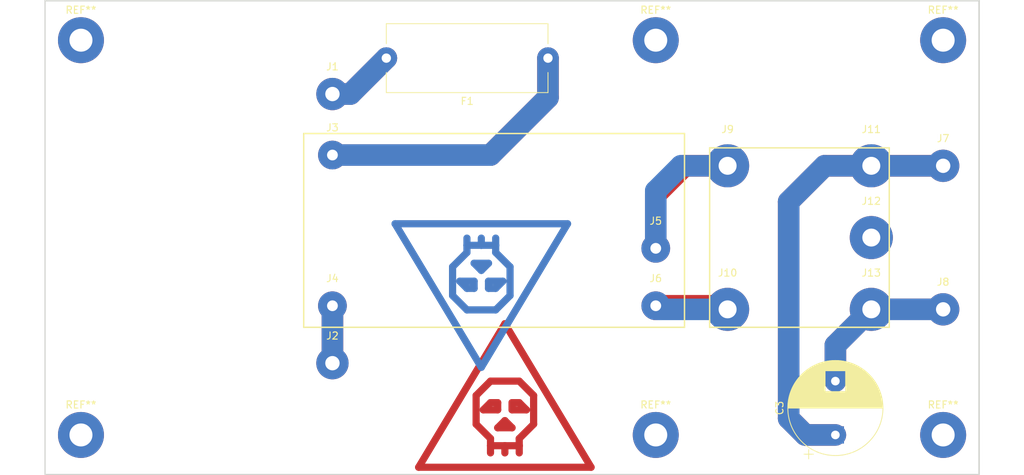
<source format=kicad_pcb>
(kicad_pcb (version 20171130) (host pcbnew 5.0.2+dfsg1-1)

  (general
    (thickness 1.6)
    (drawings 12)
    (tracks 96)
    (zones 0)
    (modules 21)
    (nets 9)
  )

  (page A4)
  (layers
    (0 F.Cu signal)
    (31 B.Cu signal)
    (32 B.Adhes user)
    (33 F.Adhes user)
    (34 B.Paste user)
    (35 F.Paste user)
    (36 B.SilkS user)
    (37 F.SilkS user)
    (38 B.Mask user)
    (39 F.Mask user)
    (40 Dwgs.User user)
    (41 Cmts.User user)
    (42 Eco1.User user)
    (43 Eco2.User user)
    (44 Edge.Cuts user)
    (45 Margin user)
    (46 B.CrtYd user)
    (47 F.CrtYd user)
    (48 B.Fab user)
    (49 F.Fab user)
  )

  (setup
    (last_trace_width 3)
    (trace_clearance 0.2)
    (zone_clearance 0.508)
    (zone_45_only no)
    (trace_min 0.2)
    (segment_width 0.2)
    (edge_width 0.15)
    (via_size 0.8)
    (via_drill 0.4)
    (via_min_size 0.4)
    (via_min_drill 0.3)
    (uvia_size 0.3)
    (uvia_drill 0.1)
    (uvias_allowed no)
    (uvia_min_size 0.2)
    (uvia_min_drill 0.1)
    (pcb_text_width 0.3)
    (pcb_text_size 1.5 1.5)
    (mod_edge_width 0.15)
    (mod_text_size 1 1)
    (mod_text_width 0.15)
    (pad_size 1.524 1.524)
    (pad_drill 0.762)
    (pad_to_mask_clearance 0.051)
    (solder_mask_min_width 0.25)
    (aux_axis_origin 0 0)
    (visible_elements FFFFFF7F)
    (pcbplotparams
      (layerselection 0x010fc_ffffffff)
      (usegerberextensions false)
      (usegerberattributes false)
      (usegerberadvancedattributes false)
      (creategerberjobfile false)
      (excludeedgelayer true)
      (linewidth 0.100000)
      (plotframeref false)
      (viasonmask false)
      (mode 1)
      (useauxorigin false)
      (hpglpennumber 1)
      (hpglpenspeed 20)
      (hpglpendiameter 15.000000)
      (psnegative false)
      (psa4output false)
      (plotreference true)
      (plotvalue true)
      (plotinvisibletext false)
      (padsonsilk false)
      (subtractmaskfromsilk false)
      (outputformat 1)
      (mirror false)
      (drillshape 1)
      (scaleselection 1)
      (outputdirectory ""))
  )

  (net 0 "")
  (net 1 "Net-(C3-Pad1)")
  (net 2 "Net-(C3-Pad2)")
  (net 3 "Net-(F1-Pad1)")
  (net 4 "Net-(F1-Pad2)")
  (net 5 "Net-(J2-Pad1)")
  (net 6 "Net-(J5-Pad1)")
  (net 7 "Net-(J10-Pad1)")
  (net 8 "Net-(J12-Pad1)")

  (net_class Default "Это класс цепей по умолчанию."
    (clearance 0.2)
    (trace_width 3)
    (via_dia 0.8)
    (via_drill 0.4)
    (uvia_dia 0.3)
    (uvia_drill 0.1)
    (add_net "Net-(C3-Pad1)")
    (add_net "Net-(C3-Pad2)")
    (add_net "Net-(F1-Pad1)")
    (add_net "Net-(F1-Pad2)")
    (add_net "Net-(J10-Pad1)")
    (add_net "Net-(J12-Pad1)")
    (add_net "Net-(J2-Pad1)")
    (add_net "Net-(J5-Pad1)")
  )

  (module MountingHole:MountingHole_3.2mm_M3_Pad (layer F.Cu) (tedit 56D1B4CB) (tstamp 5DECD503)
    (at 120 102.5)
    (descr "Mounting Hole 3.2mm, M3")
    (tags "mounting hole 3.2mm m3")
    (attr virtual)
    (fp_text reference REF** (at 0 -4.2) (layer F.SilkS)
      (effects (font (size 1 1) (thickness 0.15)))
    )
    (fp_text value MountingHole_3.2mm_M3_Pad (at 0 4.2) (layer F.Fab)
      (effects (font (size 1 1) (thickness 0.15)))
    )
    (fp_circle (center 0 0) (end 3.45 0) (layer F.CrtYd) (width 0.05))
    (fp_circle (center 0 0) (end 3.2 0) (layer Cmts.User) (width 0.15))
    (fp_text user %R (at 0.3 0) (layer F.Fab)
      (effects (font (size 1 1) (thickness 0.15)))
    )
    (pad 1 thru_hole circle (at 0 0) (size 6.4 6.4) (drill 3.2) (layers *.Cu *.Mask))
  )

  (module MountingHole:MountingHole_3.2mm_M3_Pad (layer F.Cu) (tedit 56D1B4CB) (tstamp 5DECD4F5)
    (at 120 47.5)
    (descr "Mounting Hole 3.2mm, M3")
    (tags "mounting hole 3.2mm m3")
    (attr virtual)
    (fp_text reference REF** (at 0 -4.2) (layer F.SilkS)
      (effects (font (size 1 1) (thickness 0.15)))
    )
    (fp_text value MountingHole_3.2mm_M3_Pad (at 0 4.2) (layer F.Fab)
      (effects (font (size 1 1) (thickness 0.15)))
    )
    (fp_text user %R (at 0.3 0) (layer F.Fab)
      (effects (font (size 1 1) (thickness 0.15)))
    )
    (fp_circle (center 0 0) (end 3.2 0) (layer Cmts.User) (width 0.15))
    (fp_circle (center 0 0) (end 3.45 0) (layer F.CrtYd) (width 0.05))
    (pad 1 thru_hole circle (at 0 0) (size 6.4 6.4) (drill 3.2) (layers *.Cu *.Mask))
  )

  (module Connector_Wire:SolderWirePad_1x01_Drill2mm (layer F.Cu) (tedit 5AEE5ED2) (tstamp 5DE7918C)
    (at 75 55)
    (descr "Wire solder connection")
    (tags connector)
    (path /5DDB0031)
    (attr virtual)
    (fp_text reference J1 (at 0 -3.81) (layer F.SilkS)
      (effects (font (size 1 1) (thickness 0.15)))
    )
    (fp_text value Conn_01x01 (at 0 3.81) (layer F.Fab)
      (effects (font (size 1 1) (thickness 0.15)))
    )
    (fp_text user %R (at 0 0) (layer F.Fab)
      (effects (font (size 1 1) (thickness 0.15)))
    )
    (fp_line (start -2.75 -2.75) (end 2.75 -2.75) (layer F.CrtYd) (width 0.05))
    (fp_line (start -2.75 -2.75) (end -2.75 2.75) (layer F.CrtYd) (width 0.05))
    (fp_line (start 2.75 2.75) (end 2.75 -2.75) (layer F.CrtYd) (width 0.05))
    (fp_line (start 2.75 2.75) (end -2.75 2.75) (layer F.CrtYd) (width 0.05))
    (pad 1 thru_hole circle (at 0 0) (size 4.50088 4.50088) (drill 1.99898) (layers *.Cu *.Mask)
      (net 4 "Net-(F1-Pad2)"))
  )

  (module Connector_Wire:SolderWirePad_1x01_Drill2mm (layer F.Cu) (tedit 5AEE5ED2) (tstamp 5DE79196)
    (at 75 92.5)
    (descr "Wire solder connection")
    (tags connector)
    (path /5DDB00DE)
    (attr virtual)
    (fp_text reference J2 (at 0 -3.81) (layer F.SilkS)
      (effects (font (size 1 1) (thickness 0.15)))
    )
    (fp_text value Conn_01x01 (at 0 3.81) (layer F.Fab)
      (effects (font (size 1 1) (thickness 0.15)))
    )
    (fp_line (start 2.75 2.75) (end -2.75 2.75) (layer F.CrtYd) (width 0.05))
    (fp_line (start 2.75 2.75) (end 2.75 -2.75) (layer F.CrtYd) (width 0.05))
    (fp_line (start -2.75 -2.75) (end -2.75 2.75) (layer F.CrtYd) (width 0.05))
    (fp_line (start -2.75 -2.75) (end 2.75 -2.75) (layer F.CrtYd) (width 0.05))
    (fp_text user %R (at 0 0) (layer F.Fab)
      (effects (font (size 1 1) (thickness 0.15)))
    )
    (pad 1 thru_hole circle (at 0 0) (size 4.50088 4.50088) (drill 1.99898) (layers *.Cu *.Mask)
      (net 5 "Net-(J2-Pad1)"))
  )

  (module Connector_Wire:SolderWirePad_1x01_Drill1.5mm (layer F.Cu) (tedit 5AEE5EB3) (tstamp 5DE791A0)
    (at 75 63.5)
    (descr "Wire solder connection")
    (tags connector)
    (path /5DDB0180)
    (attr virtual)
    (fp_text reference J3 (at 0 -3.81) (layer F.SilkS)
      (effects (font (size 1 1) (thickness 0.15)))
    )
    (fp_text value Conn_01x01 (at 0 3.81) (layer F.Fab)
      (effects (font (size 1 1) (thickness 0.15)))
    )
    (fp_text user %R (at 0 0) (layer F.Fab)
      (effects (font (size 1 1) (thickness 0.15)))
    )
    (fp_line (start -2.5 -2.5) (end 2.5 -2.5) (layer F.CrtYd) (width 0.05))
    (fp_line (start -2.5 -2.5) (end -2.5 2.5) (layer F.CrtYd) (width 0.05))
    (fp_line (start 2.5 2.5) (end 2.5 -2.5) (layer F.CrtYd) (width 0.05))
    (fp_line (start 2.5 2.5) (end -2.5 2.5) (layer F.CrtYd) (width 0.05))
    (pad 1 thru_hole circle (at 0 0) (size 4.0005 4.0005) (drill 1.50114) (layers *.Cu *.Mask)
      (net 3 "Net-(F1-Pad1)"))
  )

  (module Connector_Wire:SolderWirePad_1x01_Drill1.5mm (layer F.Cu) (tedit 5AEE5EB3) (tstamp 5DE791AA)
    (at 75 84.5)
    (descr "Wire solder connection")
    (tags connector)
    (path /5DDB01D1)
    (attr virtual)
    (fp_text reference J4 (at 0 -3.81) (layer F.SilkS)
      (effects (font (size 1 1) (thickness 0.15)))
    )
    (fp_text value Conn_01x01 (at 0 3.81) (layer F.Fab)
      (effects (font (size 1 1) (thickness 0.15)))
    )
    (fp_line (start 2.5 2.5) (end -2.5 2.5) (layer F.CrtYd) (width 0.05))
    (fp_line (start 2.5 2.5) (end 2.5 -2.5) (layer F.CrtYd) (width 0.05))
    (fp_line (start -2.5 -2.5) (end -2.5 2.5) (layer F.CrtYd) (width 0.05))
    (fp_line (start -2.5 -2.5) (end 2.5 -2.5) (layer F.CrtYd) (width 0.05))
    (fp_text user %R (at 0 0) (layer F.Fab)
      (effects (font (size 1 1) (thickness 0.15)))
    )
    (pad 1 thru_hole circle (at 0 0) (size 4.0005 4.0005) (drill 1.50114) (layers *.Cu *.Mask)
      (net 5 "Net-(J2-Pad1)"))
  )

  (module Connector_Wire:SolderWirePad_1x01_Drill1.5mm (layer F.Cu) (tedit 5AEE5EB3) (tstamp 5DE791B4)
    (at 120 76.5)
    (descr "Wire solder connection")
    (tags connector)
    (path /5DDB0220)
    (attr virtual)
    (fp_text reference J5 (at 0 -3.81) (layer F.SilkS)
      (effects (font (size 1 1) (thickness 0.15)))
    )
    (fp_text value Conn_01x01 (at 0 3.81) (layer F.Fab)
      (effects (font (size 1 1) (thickness 0.15)))
    )
    (fp_text user %R (at 0 0) (layer F.Fab)
      (effects (font (size 1 1) (thickness 0.15)))
    )
    (fp_line (start -2.5 -2.5) (end 2.5 -2.5) (layer F.CrtYd) (width 0.05))
    (fp_line (start -2.5 -2.5) (end -2.5 2.5) (layer F.CrtYd) (width 0.05))
    (fp_line (start 2.5 2.5) (end 2.5 -2.5) (layer F.CrtYd) (width 0.05))
    (fp_line (start 2.5 2.5) (end -2.5 2.5) (layer F.CrtYd) (width 0.05))
    (pad 1 thru_hole circle (at 0 0) (size 4.0005 4.0005) (drill 1.50114) (layers *.Cu *.Mask)
      (net 6 "Net-(J5-Pad1)"))
  )

  (module Connector_Wire:SolderWirePad_1x01_Drill1.5mm (layer F.Cu) (tedit 5AEE5EB3) (tstamp 5DE791BE)
    (at 120 84.5)
    (descr "Wire solder connection")
    (tags connector)
    (path /5DDB0280)
    (attr virtual)
    (fp_text reference J6 (at 0 -3.81) (layer F.SilkS)
      (effects (font (size 1 1) (thickness 0.15)))
    )
    (fp_text value Conn_01x01 (at 0 3.81) (layer F.Fab)
      (effects (font (size 1 1) (thickness 0.15)))
    )
    (fp_line (start 2.5 2.5) (end -2.5 2.5) (layer F.CrtYd) (width 0.05))
    (fp_line (start 2.5 2.5) (end 2.5 -2.5) (layer F.CrtYd) (width 0.05))
    (fp_line (start -2.5 -2.5) (end -2.5 2.5) (layer F.CrtYd) (width 0.05))
    (fp_line (start -2.5 -2.5) (end 2.5 -2.5) (layer F.CrtYd) (width 0.05))
    (fp_text user %R (at 0 0) (layer F.Fab)
      (effects (font (size 1 1) (thickness 0.15)))
    )
    (pad 1 thru_hole circle (at 0 0) (size 4.0005 4.0005) (drill 1.50114) (layers *.Cu *.Mask)
      (net 7 "Net-(J10-Pad1)"))
  )

  (module Connector_Wire:SolderWirePad_1x01_Drill2mm (layer F.Cu) (tedit 5AEE5ED2) (tstamp 5DE791C8)
    (at 160 65)
    (descr "Wire solder connection")
    (tags connector)
    (path /5DDB054F)
    (attr virtual)
    (fp_text reference J7 (at 0 -3.81) (layer F.SilkS)
      (effects (font (size 1 1) (thickness 0.15)))
    )
    (fp_text value Conn_01x01 (at 0 3.81) (layer F.Fab)
      (effects (font (size 1 1) (thickness 0.15)))
    )
    (fp_text user %R (at 0 0) (layer F.Fab)
      (effects (font (size 1 1) (thickness 0.15)))
    )
    (fp_line (start -2.75 -2.75) (end 2.75 -2.75) (layer F.CrtYd) (width 0.05))
    (fp_line (start -2.75 -2.75) (end -2.75 2.75) (layer F.CrtYd) (width 0.05))
    (fp_line (start 2.75 2.75) (end 2.75 -2.75) (layer F.CrtYd) (width 0.05))
    (fp_line (start 2.75 2.75) (end -2.75 2.75) (layer F.CrtYd) (width 0.05))
    (pad 1 thru_hole circle (at 0 0) (size 4.50088 4.50088) (drill 1.99898) (layers *.Cu *.Mask)
      (net 1 "Net-(C3-Pad1)"))
  )

  (module Connector_Wire:SolderWirePad_1x01_Drill2mm (layer F.Cu) (tedit 5AEE5ED2) (tstamp 5DE791D2)
    (at 160 85)
    (descr "Wire solder connection")
    (tags connector)
    (path /5DDB059D)
    (attr virtual)
    (fp_text reference J8 (at 0 -3.81) (layer F.SilkS)
      (effects (font (size 1 1) (thickness 0.15)))
    )
    (fp_text value Conn_01x01 (at 0 3.81) (layer F.Fab)
      (effects (font (size 1 1) (thickness 0.15)))
    )
    (fp_line (start 2.75 2.75) (end -2.75 2.75) (layer F.CrtYd) (width 0.05))
    (fp_line (start 2.75 2.75) (end 2.75 -2.75) (layer F.CrtYd) (width 0.05))
    (fp_line (start -2.75 -2.75) (end -2.75 2.75) (layer F.CrtYd) (width 0.05))
    (fp_line (start -2.75 -2.75) (end 2.75 -2.75) (layer F.CrtYd) (width 0.05))
    (fp_text user %R (at 0 0) (layer F.Fab)
      (effects (font (size 1 1) (thickness 0.15)))
    )
    (pad 1 thru_hole circle (at 0 0) (size 4.50088 4.50088) (drill 1.99898) (layers *.Cu *.Mask)
      (net 2 "Net-(C3-Pad2)"))
  )

  (module Capacitor_THT:CP_Radial_D13.0mm_P7.50mm (layer F.Cu) (tedit 5AE50EF1) (tstamp 5DE79D3E)
    (at 145 102.5 90)
    (descr "CP, Radial series, Radial, pin pitch=7.50mm, , diameter=13mm, Electrolytic Capacitor")
    (tags "CP Radial series Radial pin pitch 7.50mm  diameter 13mm Electrolytic Capacitor")
    (path /5DDB0A82)
    (fp_text reference C3 (at 3.75 -7.75 90) (layer F.SilkS)
      (effects (font (size 1 1) (thickness 0.15)))
    )
    (fp_text value CP (at 3.75 7.75 90) (layer F.Fab)
      (effects (font (size 1 1) (thickness 0.15)))
    )
    (fp_circle (center 3.75 0) (end 10.25 0) (layer F.Fab) (width 0.1))
    (fp_circle (center 3.75 0) (end 10.37 0) (layer F.SilkS) (width 0.12))
    (fp_circle (center 3.75 0) (end 10.5 0) (layer F.CrtYd) (width 0.05))
    (fp_line (start -1.832015 -2.8475) (end -0.532015 -2.8475) (layer F.Fab) (width 0.1))
    (fp_line (start -1.182015 -3.4975) (end -1.182015 -2.1975) (layer F.Fab) (width 0.1))
    (fp_line (start 3.75 -6.58) (end 3.75 6.58) (layer F.SilkS) (width 0.12))
    (fp_line (start 3.79 -6.58) (end 3.79 6.58) (layer F.SilkS) (width 0.12))
    (fp_line (start 3.83 -6.58) (end 3.83 6.58) (layer F.SilkS) (width 0.12))
    (fp_line (start 3.87 -6.579) (end 3.87 6.579) (layer F.SilkS) (width 0.12))
    (fp_line (start 3.91 -6.579) (end 3.91 6.579) (layer F.SilkS) (width 0.12))
    (fp_line (start 3.95 -6.577) (end 3.95 6.577) (layer F.SilkS) (width 0.12))
    (fp_line (start 3.99 -6.576) (end 3.99 6.576) (layer F.SilkS) (width 0.12))
    (fp_line (start 4.03 -6.575) (end 4.03 6.575) (layer F.SilkS) (width 0.12))
    (fp_line (start 4.07 -6.573) (end 4.07 6.573) (layer F.SilkS) (width 0.12))
    (fp_line (start 4.11 -6.571) (end 4.11 6.571) (layer F.SilkS) (width 0.12))
    (fp_line (start 4.15 -6.568) (end 4.15 6.568) (layer F.SilkS) (width 0.12))
    (fp_line (start 4.19 -6.566) (end 4.19 6.566) (layer F.SilkS) (width 0.12))
    (fp_line (start 4.23 -6.563) (end 4.23 6.563) (layer F.SilkS) (width 0.12))
    (fp_line (start 4.27 -6.56) (end 4.27 6.56) (layer F.SilkS) (width 0.12))
    (fp_line (start 4.31 -6.557) (end 4.31 6.557) (layer F.SilkS) (width 0.12))
    (fp_line (start 4.35 -6.553) (end 4.35 6.553) (layer F.SilkS) (width 0.12))
    (fp_line (start 4.39 -6.549) (end 4.39 6.549) (layer F.SilkS) (width 0.12))
    (fp_line (start 4.43 -6.545) (end 4.43 6.545) (layer F.SilkS) (width 0.12))
    (fp_line (start 4.471 -6.541) (end 4.471 6.541) (layer F.SilkS) (width 0.12))
    (fp_line (start 4.511 -6.537) (end 4.511 6.537) (layer F.SilkS) (width 0.12))
    (fp_line (start 4.551 -6.532) (end 4.551 6.532) (layer F.SilkS) (width 0.12))
    (fp_line (start 4.591 -6.527) (end 4.591 6.527) (layer F.SilkS) (width 0.12))
    (fp_line (start 4.631 -6.522) (end 4.631 6.522) (layer F.SilkS) (width 0.12))
    (fp_line (start 4.671 -6.516) (end 4.671 6.516) (layer F.SilkS) (width 0.12))
    (fp_line (start 4.711 -6.511) (end 4.711 6.511) (layer F.SilkS) (width 0.12))
    (fp_line (start 4.751 -6.505) (end 4.751 6.505) (layer F.SilkS) (width 0.12))
    (fp_line (start 4.791 -6.498) (end 4.791 6.498) (layer F.SilkS) (width 0.12))
    (fp_line (start 4.831 -6.492) (end 4.831 6.492) (layer F.SilkS) (width 0.12))
    (fp_line (start 4.871 -6.485) (end 4.871 6.485) (layer F.SilkS) (width 0.12))
    (fp_line (start 4.911 -6.478) (end 4.911 6.478) (layer F.SilkS) (width 0.12))
    (fp_line (start 4.951 -6.471) (end 4.951 6.471) (layer F.SilkS) (width 0.12))
    (fp_line (start 4.991 -6.463) (end 4.991 6.463) (layer F.SilkS) (width 0.12))
    (fp_line (start 5.031 -6.456) (end 5.031 6.456) (layer F.SilkS) (width 0.12))
    (fp_line (start 5.071 -6.448) (end 5.071 6.448) (layer F.SilkS) (width 0.12))
    (fp_line (start 5.111 -6.439) (end 5.111 6.439) (layer F.SilkS) (width 0.12))
    (fp_line (start 5.151 -6.431) (end 5.151 6.431) (layer F.SilkS) (width 0.12))
    (fp_line (start 5.191 -6.422) (end 5.191 6.422) (layer F.SilkS) (width 0.12))
    (fp_line (start 5.231 -6.413) (end 5.231 6.413) (layer F.SilkS) (width 0.12))
    (fp_line (start 5.271 -6.404) (end 5.271 6.404) (layer F.SilkS) (width 0.12))
    (fp_line (start 5.311 -6.394) (end 5.311 6.394) (layer F.SilkS) (width 0.12))
    (fp_line (start 5.351 -6.384) (end 5.351 6.384) (layer F.SilkS) (width 0.12))
    (fp_line (start 5.391 -6.374) (end 5.391 6.374) (layer F.SilkS) (width 0.12))
    (fp_line (start 5.431 -6.364) (end 5.431 6.364) (layer F.SilkS) (width 0.12))
    (fp_line (start 5.471 -6.353) (end 5.471 6.353) (layer F.SilkS) (width 0.12))
    (fp_line (start 5.511 -6.342) (end 5.511 6.342) (layer F.SilkS) (width 0.12))
    (fp_line (start 5.551 -6.331) (end 5.551 6.331) (layer F.SilkS) (width 0.12))
    (fp_line (start 5.591 -6.32) (end 5.591 6.32) (layer F.SilkS) (width 0.12))
    (fp_line (start 5.631 -6.308) (end 5.631 6.308) (layer F.SilkS) (width 0.12))
    (fp_line (start 5.671 -6.296) (end 5.671 6.296) (layer F.SilkS) (width 0.12))
    (fp_line (start 5.711 -6.284) (end 5.711 6.284) (layer F.SilkS) (width 0.12))
    (fp_line (start 5.751 -6.271) (end 5.751 6.271) (layer F.SilkS) (width 0.12))
    (fp_line (start 5.791 -6.258) (end 5.791 6.258) (layer F.SilkS) (width 0.12))
    (fp_line (start 5.831 -6.245) (end 5.831 6.245) (layer F.SilkS) (width 0.12))
    (fp_line (start 5.871 -6.232) (end 5.871 6.232) (layer F.SilkS) (width 0.12))
    (fp_line (start 5.911 -6.218) (end 5.911 6.218) (layer F.SilkS) (width 0.12))
    (fp_line (start 5.951 -6.204) (end 5.951 6.204) (layer F.SilkS) (width 0.12))
    (fp_line (start 5.991 -6.19) (end 5.991 6.19) (layer F.SilkS) (width 0.12))
    (fp_line (start 6.031 -6.175) (end 6.031 6.175) (layer F.SilkS) (width 0.12))
    (fp_line (start 6.071 -6.161) (end 6.071 -1.44) (layer F.SilkS) (width 0.12))
    (fp_line (start 6.071 1.44) (end 6.071 6.161) (layer F.SilkS) (width 0.12))
    (fp_line (start 6.111 -6.146) (end 6.111 -1.44) (layer F.SilkS) (width 0.12))
    (fp_line (start 6.111 1.44) (end 6.111 6.146) (layer F.SilkS) (width 0.12))
    (fp_line (start 6.151 -6.13) (end 6.151 -1.44) (layer F.SilkS) (width 0.12))
    (fp_line (start 6.151 1.44) (end 6.151 6.13) (layer F.SilkS) (width 0.12))
    (fp_line (start 6.191 -6.114) (end 6.191 -1.44) (layer F.SilkS) (width 0.12))
    (fp_line (start 6.191 1.44) (end 6.191 6.114) (layer F.SilkS) (width 0.12))
    (fp_line (start 6.231 -6.098) (end 6.231 -1.44) (layer F.SilkS) (width 0.12))
    (fp_line (start 6.231 1.44) (end 6.231 6.098) (layer F.SilkS) (width 0.12))
    (fp_line (start 6.271 -6.082) (end 6.271 -1.44) (layer F.SilkS) (width 0.12))
    (fp_line (start 6.271 1.44) (end 6.271 6.082) (layer F.SilkS) (width 0.12))
    (fp_line (start 6.311 -6.065) (end 6.311 -1.44) (layer F.SilkS) (width 0.12))
    (fp_line (start 6.311 1.44) (end 6.311 6.065) (layer F.SilkS) (width 0.12))
    (fp_line (start 6.351 -6.049) (end 6.351 -1.44) (layer F.SilkS) (width 0.12))
    (fp_line (start 6.351 1.44) (end 6.351 6.049) (layer F.SilkS) (width 0.12))
    (fp_line (start 6.391 -6.031) (end 6.391 -1.44) (layer F.SilkS) (width 0.12))
    (fp_line (start 6.391 1.44) (end 6.391 6.031) (layer F.SilkS) (width 0.12))
    (fp_line (start 6.431 -6.014) (end 6.431 -1.44) (layer F.SilkS) (width 0.12))
    (fp_line (start 6.431 1.44) (end 6.431 6.014) (layer F.SilkS) (width 0.12))
    (fp_line (start 6.471 -5.996) (end 6.471 -1.44) (layer F.SilkS) (width 0.12))
    (fp_line (start 6.471 1.44) (end 6.471 5.996) (layer F.SilkS) (width 0.12))
    (fp_line (start 6.511 -5.978) (end 6.511 -1.44) (layer F.SilkS) (width 0.12))
    (fp_line (start 6.511 1.44) (end 6.511 5.978) (layer F.SilkS) (width 0.12))
    (fp_line (start 6.551 -5.959) (end 6.551 -1.44) (layer F.SilkS) (width 0.12))
    (fp_line (start 6.551 1.44) (end 6.551 5.959) (layer F.SilkS) (width 0.12))
    (fp_line (start 6.591 -5.94) (end 6.591 -1.44) (layer F.SilkS) (width 0.12))
    (fp_line (start 6.591 1.44) (end 6.591 5.94) (layer F.SilkS) (width 0.12))
    (fp_line (start 6.631 -5.921) (end 6.631 -1.44) (layer F.SilkS) (width 0.12))
    (fp_line (start 6.631 1.44) (end 6.631 5.921) (layer F.SilkS) (width 0.12))
    (fp_line (start 6.671 -5.902) (end 6.671 -1.44) (layer F.SilkS) (width 0.12))
    (fp_line (start 6.671 1.44) (end 6.671 5.902) (layer F.SilkS) (width 0.12))
    (fp_line (start 6.711 -5.882) (end 6.711 -1.44) (layer F.SilkS) (width 0.12))
    (fp_line (start 6.711 1.44) (end 6.711 5.882) (layer F.SilkS) (width 0.12))
    (fp_line (start 6.751 -5.862) (end 6.751 -1.44) (layer F.SilkS) (width 0.12))
    (fp_line (start 6.751 1.44) (end 6.751 5.862) (layer F.SilkS) (width 0.12))
    (fp_line (start 6.791 -5.841) (end 6.791 -1.44) (layer F.SilkS) (width 0.12))
    (fp_line (start 6.791 1.44) (end 6.791 5.841) (layer F.SilkS) (width 0.12))
    (fp_line (start 6.831 -5.82) (end 6.831 -1.44) (layer F.SilkS) (width 0.12))
    (fp_line (start 6.831 1.44) (end 6.831 5.82) (layer F.SilkS) (width 0.12))
    (fp_line (start 6.871 -5.799) (end 6.871 -1.44) (layer F.SilkS) (width 0.12))
    (fp_line (start 6.871 1.44) (end 6.871 5.799) (layer F.SilkS) (width 0.12))
    (fp_line (start 6.911 -5.778) (end 6.911 -1.44) (layer F.SilkS) (width 0.12))
    (fp_line (start 6.911 1.44) (end 6.911 5.778) (layer F.SilkS) (width 0.12))
    (fp_line (start 6.951 -5.756) (end 6.951 -1.44) (layer F.SilkS) (width 0.12))
    (fp_line (start 6.951 1.44) (end 6.951 5.756) (layer F.SilkS) (width 0.12))
    (fp_line (start 6.991 -5.733) (end 6.991 -1.44) (layer F.SilkS) (width 0.12))
    (fp_line (start 6.991 1.44) (end 6.991 5.733) (layer F.SilkS) (width 0.12))
    (fp_line (start 7.031 -5.711) (end 7.031 -1.44) (layer F.SilkS) (width 0.12))
    (fp_line (start 7.031 1.44) (end 7.031 5.711) (layer F.SilkS) (width 0.12))
    (fp_line (start 7.071 -5.688) (end 7.071 -1.44) (layer F.SilkS) (width 0.12))
    (fp_line (start 7.071 1.44) (end 7.071 5.688) (layer F.SilkS) (width 0.12))
    (fp_line (start 7.111 -5.664) (end 7.111 -1.44) (layer F.SilkS) (width 0.12))
    (fp_line (start 7.111 1.44) (end 7.111 5.664) (layer F.SilkS) (width 0.12))
    (fp_line (start 7.151 -5.641) (end 7.151 -1.44) (layer F.SilkS) (width 0.12))
    (fp_line (start 7.151 1.44) (end 7.151 5.641) (layer F.SilkS) (width 0.12))
    (fp_line (start 7.191 -5.617) (end 7.191 -1.44) (layer F.SilkS) (width 0.12))
    (fp_line (start 7.191 1.44) (end 7.191 5.617) (layer F.SilkS) (width 0.12))
    (fp_line (start 7.231 -5.592) (end 7.231 -1.44) (layer F.SilkS) (width 0.12))
    (fp_line (start 7.231 1.44) (end 7.231 5.592) (layer F.SilkS) (width 0.12))
    (fp_line (start 7.271 -5.567) (end 7.271 -1.44) (layer F.SilkS) (width 0.12))
    (fp_line (start 7.271 1.44) (end 7.271 5.567) (layer F.SilkS) (width 0.12))
    (fp_line (start 7.311 -5.542) (end 7.311 -1.44) (layer F.SilkS) (width 0.12))
    (fp_line (start 7.311 1.44) (end 7.311 5.542) (layer F.SilkS) (width 0.12))
    (fp_line (start 7.351 -5.516) (end 7.351 -1.44) (layer F.SilkS) (width 0.12))
    (fp_line (start 7.351 1.44) (end 7.351 5.516) (layer F.SilkS) (width 0.12))
    (fp_line (start 7.391 -5.49) (end 7.391 -1.44) (layer F.SilkS) (width 0.12))
    (fp_line (start 7.391 1.44) (end 7.391 5.49) (layer F.SilkS) (width 0.12))
    (fp_line (start 7.431 -5.463) (end 7.431 -1.44) (layer F.SilkS) (width 0.12))
    (fp_line (start 7.431 1.44) (end 7.431 5.463) (layer F.SilkS) (width 0.12))
    (fp_line (start 7.471 -5.436) (end 7.471 -1.44) (layer F.SilkS) (width 0.12))
    (fp_line (start 7.471 1.44) (end 7.471 5.436) (layer F.SilkS) (width 0.12))
    (fp_line (start 7.511 -5.409) (end 7.511 -1.44) (layer F.SilkS) (width 0.12))
    (fp_line (start 7.511 1.44) (end 7.511 5.409) (layer F.SilkS) (width 0.12))
    (fp_line (start 7.551 -5.381) (end 7.551 -1.44) (layer F.SilkS) (width 0.12))
    (fp_line (start 7.551 1.44) (end 7.551 5.381) (layer F.SilkS) (width 0.12))
    (fp_line (start 7.591 -5.353) (end 7.591 -1.44) (layer F.SilkS) (width 0.12))
    (fp_line (start 7.591 1.44) (end 7.591 5.353) (layer F.SilkS) (width 0.12))
    (fp_line (start 7.631 -5.324) (end 7.631 -1.44) (layer F.SilkS) (width 0.12))
    (fp_line (start 7.631 1.44) (end 7.631 5.324) (layer F.SilkS) (width 0.12))
    (fp_line (start 7.671 -5.295) (end 7.671 -1.44) (layer F.SilkS) (width 0.12))
    (fp_line (start 7.671 1.44) (end 7.671 5.295) (layer F.SilkS) (width 0.12))
    (fp_line (start 7.711 -5.265) (end 7.711 -1.44) (layer F.SilkS) (width 0.12))
    (fp_line (start 7.711 1.44) (end 7.711 5.265) (layer F.SilkS) (width 0.12))
    (fp_line (start 7.751 -5.235) (end 7.751 -1.44) (layer F.SilkS) (width 0.12))
    (fp_line (start 7.751 1.44) (end 7.751 5.235) (layer F.SilkS) (width 0.12))
    (fp_line (start 7.791 -5.205) (end 7.791 -1.44) (layer F.SilkS) (width 0.12))
    (fp_line (start 7.791 1.44) (end 7.791 5.205) (layer F.SilkS) (width 0.12))
    (fp_line (start 7.831 -5.174) (end 7.831 -1.44) (layer F.SilkS) (width 0.12))
    (fp_line (start 7.831 1.44) (end 7.831 5.174) (layer F.SilkS) (width 0.12))
    (fp_line (start 7.871 -5.142) (end 7.871 -1.44) (layer F.SilkS) (width 0.12))
    (fp_line (start 7.871 1.44) (end 7.871 5.142) (layer F.SilkS) (width 0.12))
    (fp_line (start 7.911 -5.11) (end 7.911 -1.44) (layer F.SilkS) (width 0.12))
    (fp_line (start 7.911 1.44) (end 7.911 5.11) (layer F.SilkS) (width 0.12))
    (fp_line (start 7.951 -5.078) (end 7.951 -1.44) (layer F.SilkS) (width 0.12))
    (fp_line (start 7.951 1.44) (end 7.951 5.078) (layer F.SilkS) (width 0.12))
    (fp_line (start 7.991 -5.044) (end 7.991 -1.44) (layer F.SilkS) (width 0.12))
    (fp_line (start 7.991 1.44) (end 7.991 5.044) (layer F.SilkS) (width 0.12))
    (fp_line (start 8.031 -5.011) (end 8.031 -1.44) (layer F.SilkS) (width 0.12))
    (fp_line (start 8.031 1.44) (end 8.031 5.011) (layer F.SilkS) (width 0.12))
    (fp_line (start 8.071 -4.977) (end 8.071 -1.44) (layer F.SilkS) (width 0.12))
    (fp_line (start 8.071 1.44) (end 8.071 4.977) (layer F.SilkS) (width 0.12))
    (fp_line (start 8.111 -4.942) (end 8.111 -1.44) (layer F.SilkS) (width 0.12))
    (fp_line (start 8.111 1.44) (end 8.111 4.942) (layer F.SilkS) (width 0.12))
    (fp_line (start 8.151 -4.907) (end 8.151 -1.44) (layer F.SilkS) (width 0.12))
    (fp_line (start 8.151 1.44) (end 8.151 4.907) (layer F.SilkS) (width 0.12))
    (fp_line (start 8.191 -4.871) (end 8.191 -1.44) (layer F.SilkS) (width 0.12))
    (fp_line (start 8.191 1.44) (end 8.191 4.871) (layer F.SilkS) (width 0.12))
    (fp_line (start 8.231 -4.834) (end 8.231 -1.44) (layer F.SilkS) (width 0.12))
    (fp_line (start 8.231 1.44) (end 8.231 4.834) (layer F.SilkS) (width 0.12))
    (fp_line (start 8.271 -4.797) (end 8.271 -1.44) (layer F.SilkS) (width 0.12))
    (fp_line (start 8.271 1.44) (end 8.271 4.797) (layer F.SilkS) (width 0.12))
    (fp_line (start 8.311 -4.76) (end 8.311 -1.44) (layer F.SilkS) (width 0.12))
    (fp_line (start 8.311 1.44) (end 8.311 4.76) (layer F.SilkS) (width 0.12))
    (fp_line (start 8.351 -4.721) (end 8.351 -1.44) (layer F.SilkS) (width 0.12))
    (fp_line (start 8.351 1.44) (end 8.351 4.721) (layer F.SilkS) (width 0.12))
    (fp_line (start 8.391 -4.682) (end 8.391 -1.44) (layer F.SilkS) (width 0.12))
    (fp_line (start 8.391 1.44) (end 8.391 4.682) (layer F.SilkS) (width 0.12))
    (fp_line (start 8.431 -4.643) (end 8.431 -1.44) (layer F.SilkS) (width 0.12))
    (fp_line (start 8.431 1.44) (end 8.431 4.643) (layer F.SilkS) (width 0.12))
    (fp_line (start 8.471 -4.602) (end 8.471 -1.44) (layer F.SilkS) (width 0.12))
    (fp_line (start 8.471 1.44) (end 8.471 4.602) (layer F.SilkS) (width 0.12))
    (fp_line (start 8.511 -4.561) (end 8.511 -1.44) (layer F.SilkS) (width 0.12))
    (fp_line (start 8.511 1.44) (end 8.511 4.561) (layer F.SilkS) (width 0.12))
    (fp_line (start 8.551 -4.519) (end 8.551 -1.44) (layer F.SilkS) (width 0.12))
    (fp_line (start 8.551 1.44) (end 8.551 4.519) (layer F.SilkS) (width 0.12))
    (fp_line (start 8.591 -4.477) (end 8.591 -1.44) (layer F.SilkS) (width 0.12))
    (fp_line (start 8.591 1.44) (end 8.591 4.477) (layer F.SilkS) (width 0.12))
    (fp_line (start 8.631 -4.434) (end 8.631 -1.44) (layer F.SilkS) (width 0.12))
    (fp_line (start 8.631 1.44) (end 8.631 4.434) (layer F.SilkS) (width 0.12))
    (fp_line (start 8.671 -4.39) (end 8.671 -1.44) (layer F.SilkS) (width 0.12))
    (fp_line (start 8.671 1.44) (end 8.671 4.39) (layer F.SilkS) (width 0.12))
    (fp_line (start 8.711 -4.345) (end 8.711 -1.44) (layer F.SilkS) (width 0.12))
    (fp_line (start 8.711 1.44) (end 8.711 4.345) (layer F.SilkS) (width 0.12))
    (fp_line (start 8.751 -4.299) (end 8.751 -1.44) (layer F.SilkS) (width 0.12))
    (fp_line (start 8.751 1.44) (end 8.751 4.299) (layer F.SilkS) (width 0.12))
    (fp_line (start 8.791 -4.253) (end 8.791 -1.44) (layer F.SilkS) (width 0.12))
    (fp_line (start 8.791 1.44) (end 8.791 4.253) (layer F.SilkS) (width 0.12))
    (fp_line (start 8.831 -4.205) (end 8.831 -1.44) (layer F.SilkS) (width 0.12))
    (fp_line (start 8.831 1.44) (end 8.831 4.205) (layer F.SilkS) (width 0.12))
    (fp_line (start 8.871 -4.157) (end 8.871 -1.44) (layer F.SilkS) (width 0.12))
    (fp_line (start 8.871 1.44) (end 8.871 4.157) (layer F.SilkS) (width 0.12))
    (fp_line (start 8.911 -4.108) (end 8.911 -1.44) (layer F.SilkS) (width 0.12))
    (fp_line (start 8.911 1.44) (end 8.911 4.108) (layer F.SilkS) (width 0.12))
    (fp_line (start 8.951 -4.057) (end 8.951 4.057) (layer F.SilkS) (width 0.12))
    (fp_line (start 8.991 -4.006) (end 8.991 4.006) (layer F.SilkS) (width 0.12))
    (fp_line (start 9.031 -3.954) (end 9.031 3.954) (layer F.SilkS) (width 0.12))
    (fp_line (start 9.071 -3.9) (end 9.071 3.9) (layer F.SilkS) (width 0.12))
    (fp_line (start 9.111 -3.846) (end 9.111 3.846) (layer F.SilkS) (width 0.12))
    (fp_line (start 9.151 -3.79) (end 9.151 3.79) (layer F.SilkS) (width 0.12))
    (fp_line (start 9.191 -3.733) (end 9.191 3.733) (layer F.SilkS) (width 0.12))
    (fp_line (start 9.231 -3.675) (end 9.231 3.675) (layer F.SilkS) (width 0.12))
    (fp_line (start 9.271 -3.615) (end 9.271 3.615) (layer F.SilkS) (width 0.12))
    (fp_line (start 9.311 -3.554) (end 9.311 3.554) (layer F.SilkS) (width 0.12))
    (fp_line (start 9.351 -3.491) (end 9.351 3.491) (layer F.SilkS) (width 0.12))
    (fp_line (start 9.391 -3.427) (end 9.391 3.427) (layer F.SilkS) (width 0.12))
    (fp_line (start 9.431 -3.361) (end 9.431 3.361) (layer F.SilkS) (width 0.12))
    (fp_line (start 9.471 -3.293) (end 9.471 3.293) (layer F.SilkS) (width 0.12))
    (fp_line (start 9.511 -3.223) (end 9.511 3.223) (layer F.SilkS) (width 0.12))
    (fp_line (start 9.551 -3.152) (end 9.551 3.152) (layer F.SilkS) (width 0.12))
    (fp_line (start 9.591 -3.078) (end 9.591 3.078) (layer F.SilkS) (width 0.12))
    (fp_line (start 9.631 -3.002) (end 9.631 3.002) (layer F.SilkS) (width 0.12))
    (fp_line (start 9.671 -2.923) (end 9.671 2.923) (layer F.SilkS) (width 0.12))
    (fp_line (start 9.711 -2.842) (end 9.711 2.842) (layer F.SilkS) (width 0.12))
    (fp_line (start 9.751 -2.758) (end 9.751 2.758) (layer F.SilkS) (width 0.12))
    (fp_line (start 9.791 -2.67) (end 9.791 2.67) (layer F.SilkS) (width 0.12))
    (fp_line (start 9.831 -2.579) (end 9.831 2.579) (layer F.SilkS) (width 0.12))
    (fp_line (start 9.871 -2.484) (end 9.871 2.484) (layer F.SilkS) (width 0.12))
    (fp_line (start 9.911 -2.385) (end 9.911 2.385) (layer F.SilkS) (width 0.12))
    (fp_line (start 9.951 -2.281) (end 9.951 2.281) (layer F.SilkS) (width 0.12))
    (fp_line (start 9.991 -2.171) (end 9.991 2.171) (layer F.SilkS) (width 0.12))
    (fp_line (start 10.031 -2.055) (end 10.031 2.055) (layer F.SilkS) (width 0.12))
    (fp_line (start 10.071 -1.931) (end 10.071 1.931) (layer F.SilkS) (width 0.12))
    (fp_line (start 10.111 -1.798) (end 10.111 1.798) (layer F.SilkS) (width 0.12))
    (fp_line (start 10.151 -1.653) (end 10.151 1.653) (layer F.SilkS) (width 0.12))
    (fp_line (start 10.191 -1.494) (end 10.191 1.494) (layer F.SilkS) (width 0.12))
    (fp_line (start 10.231 -1.315) (end 10.231 1.315) (layer F.SilkS) (width 0.12))
    (fp_line (start 10.271 -1.107) (end 10.271 1.107) (layer F.SilkS) (width 0.12))
    (fp_line (start 10.311 -0.85) (end 10.311 0.85) (layer F.SilkS) (width 0.12))
    (fp_line (start 10.351 -0.475) (end 10.351 0.475) (layer F.SilkS) (width 0.12))
    (fp_line (start -3.334569 -3.715) (end -2.034569 -3.715) (layer F.SilkS) (width 0.12))
    (fp_line (start -2.684569 -4.365) (end -2.684569 -3.065) (layer F.SilkS) (width 0.12))
    (fp_text user %R (at 3.75 0 90) (layer F.Fab)
      (effects (font (size 1 1) (thickness 0.15)))
    )
    (pad 1 thru_hole rect (at 0 0 90) (size 2.4 2.4) (drill 1.2) (layers *.Cu *.Mask)
      (net 1 "Net-(C3-Pad1)"))
    (pad 2 thru_hole circle (at 7.5 0 90) (size 2.4 2.4) (drill 1.2) (layers *.Cu *.Mask)
      (net 2 "Net-(C3-Pad2)"))
    (model ${KISYS3DMOD}/Capacitor_THT.3dshapes/CP_Radial_D13.0mm_P7.50mm.wrl
      (at (xyz 0 0 0))
      (scale (xyz 1 1 1))
      (rotate (xyz 0 0 0))
    )
  )

  (module MountingHole:MountingHole_3.2mm_M3_Pad (layer F.Cu) (tedit 56D1B4CB) (tstamp 5DF3BA17)
    (at 40 47.5)
    (descr "Mounting Hole 3.2mm, M3")
    (tags "mounting hole 3.2mm m3")
    (attr virtual)
    (fp_text reference REF** (at 0 -4.2) (layer F.SilkS)
      (effects (font (size 1 1) (thickness 0.15)))
    )
    (fp_text value MountingHole_3.2mm_M3_Pad (at 0 4.2) (layer F.Fab)
      (effects (font (size 1 1) (thickness 0.15)))
    )
    (fp_circle (center 0 0) (end 3.45 0) (layer F.CrtYd) (width 0.05))
    (fp_circle (center 0 0) (end 3.2 0) (layer Cmts.User) (width 0.15))
    (fp_text user %R (at 0.3 0) (layer F.Fab)
      (effects (font (size 1 1) (thickness 0.15)))
    )
    (pad 1 thru_hole circle (at 0 0) (size 6.4 6.4) (drill 3.2) (layers *.Cu *.Mask))
  )

  (module MountingHole:MountingHole_3.2mm_M3_Pad (layer F.Cu) (tedit 56D1B4CB) (tstamp 5DF3B4EB)
    (at 40 102.5)
    (descr "Mounting Hole 3.2mm, M3")
    (tags "mounting hole 3.2mm m3")
    (attr virtual)
    (fp_text reference REF** (at 0 -4.2) (layer F.SilkS)
      (effects (font (size 1 1) (thickness 0.15)))
    )
    (fp_text value MountingHole_3.2mm_M3_Pad (at 0 4.2) (layer F.Fab)
      (effects (font (size 1 1) (thickness 0.15)))
    )
    (fp_circle (center 0 0) (end 3.45 0) (layer F.CrtYd) (width 0.05))
    (fp_circle (center 0 0) (end 3.2 0) (layer Cmts.User) (width 0.15))
    (fp_text user %R (at 0.3 0) (layer F.Fab)
      (effects (font (size 1 1) (thickness 0.15)))
    )
    (pad 1 thru_hole circle (at 0 0) (size 6.4 6.4) (drill 3.2) (layers *.Cu *.Mask))
  )

  (module MountingHole:MountingHole_3.2mm_M3_Pad (layer F.Cu) (tedit 56D1B4CB) (tstamp 5DF3B50A)
    (at 160 47.5)
    (descr "Mounting Hole 3.2mm, M3")
    (tags "mounting hole 3.2mm m3")
    (attr virtual)
    (fp_text reference REF** (at 0 -4.2) (layer F.SilkS)
      (effects (font (size 1 1) (thickness 0.15)))
    )
    (fp_text value MountingHole_3.2mm_M3_Pad (at 0 4.2) (layer F.Fab)
      (effects (font (size 1 1) (thickness 0.15)))
    )
    (fp_circle (center 0 0) (end 3.45 0) (layer F.CrtYd) (width 0.05))
    (fp_circle (center 0 0) (end 3.2 0) (layer Cmts.User) (width 0.15))
    (fp_text user %R (at 0.3 0) (layer F.Fab)
      (effects (font (size 1 1) (thickness 0.15)))
    )
    (pad 1 thru_hole circle (at 0 0) (size 6.4 6.4) (drill 3.2) (layers *.Cu *.Mask))
  )

  (module MountingHole:MountingHole_3.2mm_M3_Pad (layer F.Cu) (tedit 56D1B4CB) (tstamp 5DF3B519)
    (at 160 102.5)
    (descr "Mounting Hole 3.2mm, M3")
    (tags "mounting hole 3.2mm m3")
    (attr virtual)
    (fp_text reference REF** (at 0 -4.2) (layer F.SilkS)
      (effects (font (size 1 1) (thickness 0.15)))
    )
    (fp_text value MountingHole_3.2mm_M3_Pad (at 0 4.2) (layer F.Fab)
      (effects (font (size 1 1) (thickness 0.15)))
    )
    (fp_circle (center 0 0) (end 3.45 0) (layer F.CrtYd) (width 0.05))
    (fp_circle (center 0 0) (end 3.2 0) (layer Cmts.User) (width 0.15))
    (fp_text user %R (at 0.3 0) (layer F.Fab)
      (effects (font (size 1 1) (thickness 0.15)))
    )
    (pad 1 thru_hole circle (at 0 0) (size 6.4 6.4) (drill 3.2) (layers *.Cu *.Mask))
  )

  (module Fuse:Fuseholder_Cylinder-5x20mm_Schurter_0031_8201_Horizontal_Open (layer F.Cu) (tedit 5A1C8BA4) (tstamp 5DECC6C6)
    (at 105 50 180)
    (descr http://www.schurter.com/var/schurter/storage/ilcatalogue/files/document/datasheet/en/pdf/typ_OGN.pdf)
    (tags "Fuseholder horizontal open 5x20 Schurter 0031.8201")
    (path /5DE04162)
    (fp_text reference F1 (at 11.25 -6 180) (layer F.SilkS)
      (effects (font (size 1 1) (thickness 0.15)))
    )
    (fp_text value Fuse (at 11.25 6 180) (layer F.Fab)
      (effects (font (size 1 1) (thickness 0.15)))
    )
    (fp_text user %R (at 11.25 4 180) (layer F.Fab)
      (effects (font (size 1 1) (thickness 0.15)))
    )
    (fp_line (start 0.1 -4.7) (end 0.1 4.7) (layer F.Fab) (width 0.1))
    (fp_line (start 0.1 4.7) (end 22.4 4.7) (layer F.Fab) (width 0.1))
    (fp_line (start 22.4 4.7) (end 22.4 -4.7) (layer F.Fab) (width 0.1))
    (fp_line (start 22.4 -4.7) (end 0.1 -4.7) (layer F.Fab) (width 0.1))
    (fp_line (start -0.25 5.05) (end -0.25 1.95) (layer F.CrtYd) (width 0.05))
    (fp_line (start 22.5 4.8) (end 22.5 2) (layer F.SilkS) (width 0.12))
    (fp_line (start 22.5 -2) (end 22.5 -4.8) (layer F.SilkS) (width 0.12))
    (fp_line (start 0 -2) (end 0 -4.8) (layer F.SilkS) (width 0.12))
    (fp_line (start 0 -4.8) (end 22.5 -4.8) (layer F.SilkS) (width 0.12))
    (fp_line (start 22.75 5.05) (end -0.25 5.05) (layer F.CrtYd) (width 0.05))
    (fp_line (start -0.25 -5.05) (end 22.75 -5.05) (layer F.CrtYd) (width 0.05))
    (fp_line (start 0 4.8) (end 22.5 4.8) (layer F.SilkS) (width 0.12))
    (fp_line (start -0.25 -1.95) (end -0.25 -5.05) (layer F.CrtYd) (width 0.05))
    (fp_line (start 22.75 -1.95) (end 22.75 -5.05) (layer F.CrtYd) (width 0.05))
    (fp_line (start 22.75 1.95) (end 22.75 5.05) (layer F.CrtYd) (width 0.05))
    (fp_line (start 0 4.8) (end 0 2) (layer F.SilkS) (width 0.12))
    (fp_arc (start 22.5 0) (end 22.75 -1.95) (angle 165.3) (layer F.CrtYd) (width 0.05))
    (fp_arc (start 0 0) (end -0.25 1.95) (angle 165.3) (layer F.CrtYd) (width 0.05))
    (pad 1 thru_hole circle (at 0 0 180) (size 3 3) (drill 1.3) (layers *.Cu *.Mask)
      (net 3 "Net-(F1-Pad1)"))
    (pad 2 thru_hole circle (at 22.5 0 180) (size 3 3) (drill 1.3) (layers *.Cu *.Mask)
      (net 4 "Net-(F1-Pad2)"))
    (pad "" np_thru_hole circle (at 11.25 0 180) (size 2.7 2.7) (drill 2.7) (layers *.Cu *.Mask))
    (model ${KISYS3DMOD}/Fuse.3dshapes/Fuseholder_Cylinder-5x20mm_Schurter_0031_8201_Horizontal_Open.wrl
      (at (xyz 0 0 0))
      (scale (xyz 1 1 1))
      (rotate (xyz 0 0 0))
    )
  )

  (module Connector_Wire:SolderWirePad_1x01_Drill2.5mm (layer F.Cu) (tedit 5AEE5EC9) (tstamp 5DECC6D0)
    (at 130 65)
    (descr "Wire solder connection")
    (tags connector)
    (path /5DE03B8B)
    (attr virtual)
    (fp_text reference J9 (at 0 -5.08) (layer F.SilkS)
      (effects (font (size 1 1) (thickness 0.15)))
    )
    (fp_text value Conn_01x01 (at 0 5.08) (layer F.Fab)
      (effects (font (size 1 1) (thickness 0.15)))
    )
    (fp_line (start 3.5 3.5) (end -3.5 3.5) (layer F.CrtYd) (width 0.05))
    (fp_line (start 3.5 3.5) (end 3.5 -3.5) (layer F.CrtYd) (width 0.05))
    (fp_line (start -3.5 -3.5) (end -3.5 3.5) (layer F.CrtYd) (width 0.05))
    (fp_line (start -3.5 -3.5) (end 3.5 -3.5) (layer F.CrtYd) (width 0.05))
    (fp_text user %R (at 0 0) (layer F.Fab)
      (effects (font (size 1 1) (thickness 0.15)))
    )
    (pad 1 thru_hole circle (at 0 0) (size 5.99948 5.99948) (drill 2.49936) (layers *.Cu *.Mask)
      (net 6 "Net-(J5-Pad1)"))
  )

  (module Connector_Wire:SolderWirePad_1x01_Drill2.5mm (layer F.Cu) (tedit 5AEE5EC9) (tstamp 5DECC6DA)
    (at 130 85)
    (descr "Wire solder connection")
    (tags connector)
    (path /5DE03BD9)
    (attr virtual)
    (fp_text reference J10 (at 0 -5.08) (layer F.SilkS)
      (effects (font (size 1 1) (thickness 0.15)))
    )
    (fp_text value Conn_01x01 (at 0 5.08) (layer F.Fab)
      (effects (font (size 1 1) (thickness 0.15)))
    )
    (fp_text user %R (at 0 0) (layer F.Fab)
      (effects (font (size 1 1) (thickness 0.15)))
    )
    (fp_line (start -3.5 -3.5) (end 3.5 -3.5) (layer F.CrtYd) (width 0.05))
    (fp_line (start -3.5 -3.5) (end -3.5 3.5) (layer F.CrtYd) (width 0.05))
    (fp_line (start 3.5 3.5) (end 3.5 -3.5) (layer F.CrtYd) (width 0.05))
    (fp_line (start 3.5 3.5) (end -3.5 3.5) (layer F.CrtYd) (width 0.05))
    (pad 1 thru_hole circle (at 0 0) (size 5.99948 5.99948) (drill 2.49936) (layers *.Cu *.Mask)
      (net 7 "Net-(J10-Pad1)"))
  )

  (module Connector_Wire:SolderWirePad_1x01_Drill2.5mm (layer F.Cu) (tedit 5AEE5EC9) (tstamp 5DECC6E4)
    (at 150 65)
    (descr "Wire solder connection")
    (tags connector)
    (path /5DE03A99)
    (attr virtual)
    (fp_text reference J11 (at 0 -5.08) (layer F.SilkS)
      (effects (font (size 1 1) (thickness 0.15)))
    )
    (fp_text value Conn_01x01 (at 0 5.08) (layer F.Fab)
      (effects (font (size 1 1) (thickness 0.15)))
    )
    (fp_text user %R (at 0 0) (layer F.Fab)
      (effects (font (size 1 1) (thickness 0.15)))
    )
    (fp_line (start -3.5 -3.5) (end 3.5 -3.5) (layer F.CrtYd) (width 0.05))
    (fp_line (start -3.5 -3.5) (end -3.5 3.5) (layer F.CrtYd) (width 0.05))
    (fp_line (start 3.5 3.5) (end 3.5 -3.5) (layer F.CrtYd) (width 0.05))
    (fp_line (start 3.5 3.5) (end -3.5 3.5) (layer F.CrtYd) (width 0.05))
    (pad 1 thru_hole circle (at 0 0) (size 5.99948 5.99948) (drill 2.49936) (layers *.Cu *.Mask)
      (net 1 "Net-(C3-Pad1)"))
  )

  (module Connector_Wire:SolderWirePad_1x01_Drill2.5mm (layer F.Cu) (tedit 5AEE5EC9) (tstamp 5DECC6EE)
    (at 150 75)
    (descr "Wire solder connection")
    (tags connector)
    (path /5DE03B25)
    (attr virtual)
    (fp_text reference J12 (at 0 -5.08) (layer F.SilkS)
      (effects (font (size 1 1) (thickness 0.15)))
    )
    (fp_text value Conn_01x01 (at 0 5.08) (layer F.Fab)
      (effects (font (size 1 1) (thickness 0.15)))
    )
    (fp_line (start 3.5 3.5) (end -3.5 3.5) (layer F.CrtYd) (width 0.05))
    (fp_line (start 3.5 3.5) (end 3.5 -3.5) (layer F.CrtYd) (width 0.05))
    (fp_line (start -3.5 -3.5) (end -3.5 3.5) (layer F.CrtYd) (width 0.05))
    (fp_line (start -3.5 -3.5) (end 3.5 -3.5) (layer F.CrtYd) (width 0.05))
    (fp_text user %R (at 0 0) (layer F.Fab)
      (effects (font (size 1 1) (thickness 0.15)))
    )
    (pad 1 thru_hole circle (at 0 0) (size 5.99948 5.99948) (drill 2.49936) (layers *.Cu *.Mask)
      (net 8 "Net-(J12-Pad1)"))
  )

  (module Connector_Wire:SolderWirePad_1x01_Drill2.5mm (layer F.Cu) (tedit 5AEE5EC9) (tstamp 5DECC6F8)
    (at 150 85)
    (descr "Wire solder connection")
    (tags connector)
    (path /5DE03B51)
    (attr virtual)
    (fp_text reference J13 (at 0 -5.08) (layer F.SilkS)
      (effects (font (size 1 1) (thickness 0.15)))
    )
    (fp_text value Conn_01x01 (at 0 5.08) (layer F.Fab)
      (effects (font (size 1 1) (thickness 0.15)))
    )
    (fp_text user %R (at 0 0) (layer F.Fab)
      (effects (font (size 1 1) (thickness 0.15)))
    )
    (fp_line (start -3.5 -3.5) (end 3.5 -3.5) (layer F.CrtYd) (width 0.05))
    (fp_line (start -3.5 -3.5) (end -3.5 3.5) (layer F.CrtYd) (width 0.05))
    (fp_line (start 3.5 3.5) (end 3.5 -3.5) (layer F.CrtYd) (width 0.05))
    (fp_line (start 3.5 3.5) (end -3.5 3.5) (layer F.CrtYd) (width 0.05))
    (pad 1 thru_hole circle (at 0 0) (size 5.99948 5.99948) (drill 2.49936) (layers *.Cu *.Mask)
      (net 2 "Net-(C3-Pad2)"))
  )

  (gr_line (start 35 42) (end 35 108) (layer Edge.Cuts) (width 0.15))
  (gr_line (start 35 108) (end 165 108) (layer Edge.Cuts) (width 0.15))
  (gr_line (start 165 42) (end 35 42) (layer Edge.Cuts) (width 0.2))
  (gr_line (start 165 108) (end 165 42) (layer Edge.Cuts) (width 0.2))
  (gr_line (start 152.5 62.5) (end 127.5 62.5) (layer F.SilkS) (width 0.2))
  (gr_line (start 152.5 87.5) (end 152.5 62.5) (layer F.SilkS) (width 0.2))
  (gr_line (start 127.5 87.5) (end 152.5 87.5) (layer F.SilkS) (width 0.2))
  (gr_line (start 127.5 62.5) (end 127.5 87.5) (layer F.SilkS) (width 0.2))
  (gr_line (start 124 60.5) (end 71 60.5) (layer F.SilkS) (width 0.2))
  (gr_line (start 124 87.5) (end 124 60.5) (layer F.SilkS) (width 0.2))
  (gr_line (start 71 87.5) (end 124 87.5) (layer F.SilkS) (width 0.2))
  (gr_line (start 71 60.5) (end 71 87.5) (layer F.SilkS) (width 0.2))

  (segment (start 95.721193 76.075633) (end 95.721193 75.075633) (width 1) (layer B.Cu) (net 0) (tstamp 5DF3BCE3))
  (segment (start 91.721193 79.075633) (end 93.721193 77.075633) (width 1) (layer B.Cu) (net 0) (tstamp 5DF3BCE4))
  (segment (start 94.721193 81.075633) (end 94.721193 82.075633) (width 1) (layer B.Cu) (net 0) (tstamp 5DF3BCE5))
  (segment (start 97.721193 85.075633) (end 93.721193 85.075633) (width 1) (layer B.Cu) (net 0) (tstamp 5DF3BCE6))
  (segment (start 96.721193 81.075633) (end 98.721193 81.075633) (width 1) (layer B.Cu) (net 0) (tstamp 5DF3BCE7))
  (segment (start 94.721193 78.575633) (end 95.721193 79.575633) (width 1) (layer B.Cu) (net 0) (tstamp 5DF3BCE8))
  (segment (start 96.721193 78.575633) (end 94.721193 78.575633) (width 1) (layer B.Cu) (net 0) (tstamp 5DF3BCE9))
  (segment (start 92.721193 81.075633) (end 94.721193 81.075633) (width 1) (layer B.Cu) (net 0) (tstamp 5DF3BCEA))
  (segment (start 97.721193 82.075633) (end 96.721193 82.075633) (width 1) (layer B.Cu) (net 0) (tstamp 5DF3BCEB))
  (segment (start 95.721193 79.575633) (end 96.721193 78.575633) (width 1) (layer B.Cu) (net 0) (tstamp 5DF3BCEC))
  (segment (start 91.721193 83.075633) (end 91.721193 79.075633) (width 1) (layer B.Cu) (net 0) (tstamp 5DF3BCED))
  (segment (start 93.721193 85.075633) (end 91.721193 83.075633) (width 1) (layer B.Cu) (net 0) (tstamp 5DF3BCEE))
  (segment (start 98.721193 81.075633) (end 97.721193 82.075633) (width 1) (layer B.Cu) (net 0) (tstamp 5DF3BCEF))
  (segment (start 97.721193 76.075633) (end 97.721193 77.075633) (width 1) (layer B.Cu) (net 0) (tstamp 5DF3BCF0))
  (segment (start 99.721193 83.075633) (end 97.721193 85.075633) (width 1) (layer B.Cu) (net 0) (tstamp 5DF3BCF1))
  (segment (start 93.721193 82.075633) (end 94.721193 82.075633) (width 1) (layer B.Cu) (net 0) (tstamp 5DF3BCF2))
  (segment (start 95.721193 76.075633) (end 97.721193 76.075633) (width 1) (layer B.Cu) (net 0) (tstamp 5DF3BCF3))
  (segment (start 97.721193 76.075633) (end 97.721193 75.075633) (width 1) (layer B.Cu) (net 0) (tstamp 5DF3BCF4))
  (segment (start 93.721193 76.075633) (end 93.721193 75.075633) (width 1) (layer B.Cu) (net 0) (tstamp 5DF3BCF5))
  (segment (start 96.721193 82.075633) (end 96.721193 81.075633) (width 1) (layer B.Cu) (net 0) (tstamp 5DF3BCF6))
  (segment (start 93.721193 82.075633) (end 92.721193 81.075633) (width 1) (layer B.Cu) (net 0) (tstamp 5DF3BCF7))
  (segment (start 97.721193 77.075633) (end 99.721193 79.075633) (width 1) (layer B.Cu) (net 0) (tstamp 5DF3BCF8))
  (segment (start 93.721193 76.075633) (end 95.721193 76.075633) (width 1) (layer B.Cu) (net 0) (tstamp 5DF3BCF9))
  (segment (start 93.721193 77.075633) (end 93.721193 76.075633) (width 1) (layer B.Cu) (net 0) (tstamp 5DF3BCFA))
  (segment (start 99.721193 79.075633) (end 99.721193 83.075633) (width 1) (layer B.Cu) (net 0) (tstamp 5DF3BCFB))
  (segment (start 83.721193 73.075633) (end 107.721193 73.075633) (width 1) (layer B.Cu) (net 0))
  (segment (start 107.721193 73.075633) (end 95.721193 93.075633) (width 1) (layer B.Cu) (net 0))
  (segment (start 95.721193 93.075633) (end 83.721193 73.075633) (width 1) (layer B.Cu) (net 0))
  (segment (start 87 107) (end 111 107) (width 1) (layer F.Cu) (net 0) (tstamp 5DF3BD16))
  (segment (start 103 97) (end 101 95) (width 1) (layer F.Cu) (net 0) (tstamp 5DF3BD17))
  (segment (start 97 98) (end 98 98) (width 1) (layer F.Cu) (net 0) (tstamp 5DF3BD18))
  (segment (start 99 104) (end 99 105) (width 1) (layer F.Cu) (net 0) (tstamp 5DF3BD19))
  (segment (start 95 101) (end 97 103) (width 1) (layer F.Cu) (net 0) (tstamp 5DF3BD1A))
  (segment (start 99 104) (end 101 104) (width 1) (layer F.Cu) (net 0) (tstamp 5DF3BD1B))
  (segment (start 101 104) (end 101 105) (width 1) (layer F.Cu) (net 0) (tstamp 5DF3BD1C))
  (segment (start 101 95) (end 97 95) (width 1) (layer F.Cu) (net 0) (tstamp 5DF3BD1D))
  (segment (start 100 101.5) (end 98 101.5) (width 1) (layer F.Cu) (net 0) (tstamp 5DF3BD1E))
  (segment (start 96 99) (end 98 99) (width 1) (layer F.Cu) (net 0) (tstamp 5DF3BD1F))
  (segment (start 98 99) (end 98 98) (width 1) (layer F.Cu) (net 0) (tstamp 5DF3BD20))
  (segment (start 97 104) (end 97 105) (width 1) (layer F.Cu) (net 0) (tstamp 5DF3BD21))
  (segment (start 100 98) (end 100 99) (width 1) (layer F.Cu) (net 0) (tstamp 5DF3BD22))
  (segment (start 95 97) (end 95 101) (width 1) (layer F.Cu) (net 0) (tstamp 5DF3BD23))
  (segment (start 97 95) (end 95 97) (width 1) (layer F.Cu) (net 0) (tstamp 5DF3BD24))
  (segment (start 103 101) (end 103 97) (width 1) (layer F.Cu) (net 0) (tstamp 5DF3BD25))
  (segment (start 97 104) (end 99 104) (width 1) (layer F.Cu) (net 0) (tstamp 5DF3BD26))
  (segment (start 97 103) (end 97 104) (width 1) (layer F.Cu) (net 0) (tstamp 5DF3BD27))
  (segment (start 100 99) (end 102 99) (width 1) (layer F.Cu) (net 0) (tstamp 5DF3BD28))
  (segment (start 98 101.5) (end 99 100.5) (width 1) (layer F.Cu) (net 0) (tstamp 5DF3BD29))
  (segment (start 102 99) (end 101 98) (width 1) (layer F.Cu) (net 0) (tstamp 5DF3BD2A))
  (segment (start 101 104) (end 101 103) (width 1) (layer F.Cu) (net 0) (tstamp 5DF3BD2B))
  (segment (start 97 98) (end 96 99) (width 1) (layer F.Cu) (net 0) (tstamp 5DF3BD2C))
  (segment (start 101 103) (end 103 101) (width 1) (layer F.Cu) (net 0) (tstamp 5DF3BD2D))
  (segment (start 101 98) (end 100 98) (width 1) (layer F.Cu) (net 0) (tstamp 5DF3BD2E))
  (segment (start 99 100.5) (end 100 101.5) (width 1) (layer F.Cu) (net 0) (tstamp 5DF3BD2F))
  (segment (start 99 87) (end 87 107) (width 1) (layer F.Cu) (net 0) (tstamp 5DF3BD30))
  (segment (start 111 107) (end 99 87) (width 1) (layer F.Cu) (net 0) (tstamp 5DF3BD31))
  (segment (start 160 65) (end 150 65) (width 3) (layer F.Cu) (net 1))
  (segment (start 140.8 102.5) (end 138.5 100.2) (width 3) (layer F.Cu) (net 1))
  (segment (start 145 102.5) (end 140.8 102.5) (width 3) (layer F.Cu) (net 1))
  (segment (start 138.5 100.2) (end 138.5 70) (width 3) (layer F.Cu) (net 1))
  (segment (start 143.5 65) (end 150 65) (width 3) (layer F.Cu) (net 1))
  (segment (start 138.5 70) (end 143.5 65) (width 3) (layer F.Cu) (net 1))
  (segment (start 160 65) (end 150 65) (width 3) (layer B.Cu) (net 1))
  (segment (start 140.8 102.5) (end 145 102.5) (width 3) (layer B.Cu) (net 1))
  (segment (start 138.5 100.2) (end 140.8 102.5) (width 3) (layer B.Cu) (net 1))
  (segment (start 138.5 70) (end 138.5 100.2) (width 3) (layer B.Cu) (net 1))
  (segment (start 143.5 65) (end 138.5 70) (width 3) (layer B.Cu) (net 1))
  (segment (start 150 65) (end 143.5 65) (width 3) (layer B.Cu) (net 1))
  (segment (start 160 85) (end 150 85) (width 3) (layer F.Cu) (net 2))
  (segment (start 145 90) (end 150 85) (width 3) (layer F.Cu) (net 2))
  (segment (start 145 95) (end 145 90) (width 3) (layer F.Cu) (net 2))
  (segment (start 145 90) (end 150 85) (width 3) (layer B.Cu) (net 2))
  (segment (start 145 95) (end 145 90) (width 3) (layer B.Cu) (net 2))
  (segment (start 150 85) (end 160 85) (width 3) (layer B.Cu) (net 2))
  (segment (start 105 55.5) (end 105 50) (width 3) (layer F.Cu) (net 3))
  (segment (start 75 63.5) (end 97 63.5) (width 3) (layer F.Cu) (net 3))
  (segment (start 97 63.5) (end 105 55.5) (width 3) (layer F.Cu) (net 3))
  (segment (start 105 50) (end 105 55.5) (width 3) (layer B.Cu) (net 3))
  (segment (start 97 63.5) (end 75 63.5) (width 3) (layer B.Cu) (net 3))
  (segment (start 105 55.5) (end 97 63.5) (width 3) (layer B.Cu) (net 3))
  (segment (start 77.5 55) (end 82.5 50) (width 3) (layer F.Cu) (net 4))
  (segment (start 75 55) (end 77.5 55) (width 3) (layer F.Cu) (net 4))
  (segment (start 75 55) (end 77.5 55) (width 3) (layer B.Cu) (net 4))
  (segment (start 77.5 55) (end 82.5 50) (width 3) (layer B.Cu) (net 4))
  (segment (start 75 92.5) (end 75 84.5) (width 3) (layer F.Cu) (net 5))
  (segment (start 75 84.5) (end 75 92.5) (width 3) (layer B.Cu) (net 5))
  (segment (start 120 69) (end 120 76.5) (width 3) (layer F.Cu) (net 6))
  (segment (start 130 65) (end 124 65) (width 3) (layer F.Cu) (net 6))
  (segment (start 124 65) (end 120 69) (width 3) (layer F.Cu) (net 6))
  (segment (start 120 76.5) (end 120 68.5) (width 3) (layer B.Cu) (net 6))
  (segment (start 120 68.5) (end 123.5 65) (width 3) (layer B.Cu) (net 6))
  (segment (start 123.5 65) (end 130 65) (width 3) (layer B.Cu) (net 6))
  (segment (start 129.5 84.5) (end 130 85) (width 3) (layer F.Cu) (net 7))
  (segment (start 120 84.5) (end 129.5 84.5) (width 3) (layer F.Cu) (net 7))
  (segment (start 120.5 85) (end 120 84.5) (width 3) (layer B.Cu) (net 7))
  (segment (start 130 85) (end 120.5 85) (width 3) (layer B.Cu) (net 7))

)

</source>
